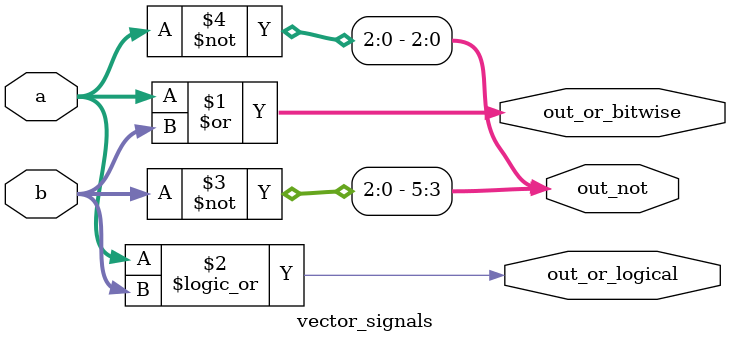
<source format=v>
`timescale 1 ns/10 ps  // time-unit = 1 ns, precision = 10 ps

module vector_signals ( 
    input [2:0] a,
    input [2:0] b,
    output [2:0] out_or_bitwise,
    output out_or_logical,
    output [5:0] out_not
);


    assign out_or_bitwise = a | b;
    assign out_or_logical = a || b;
    assign out_not[5:3] = ~b;
    assign out_not[2:0] = ~a;

endmodule
</source>
